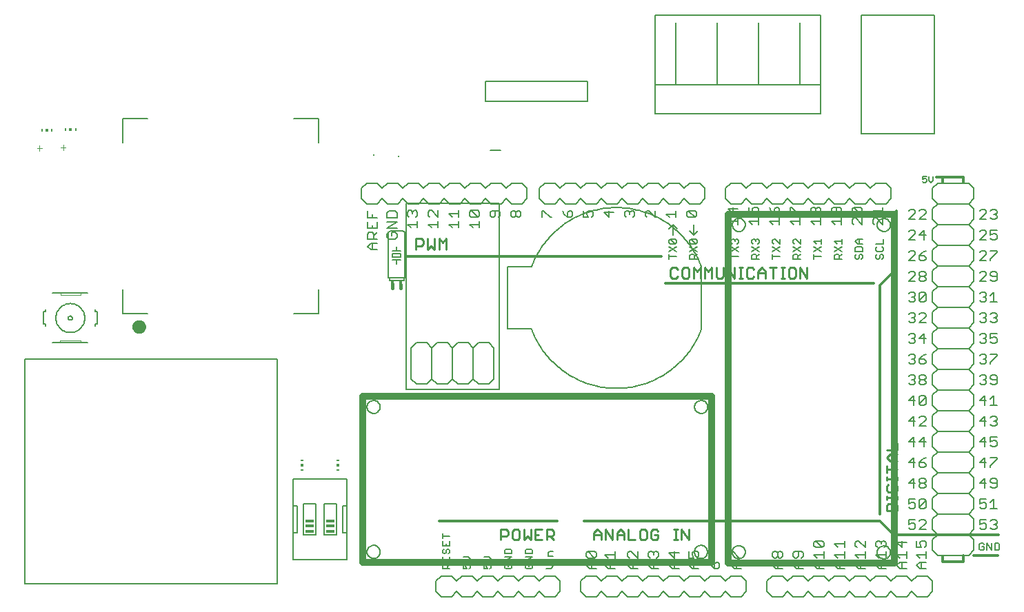
<source format=gto>
G75*
%MOIN*%
%OFA0B0*%
%FSLAX24Y24*%
%IPPOS*%
%LPD*%
%AMOC8*
5,1,8,0,0,1.08239X$1,22.5*
%
%ADD10C,0.0320*%
%ADD11C,0.0050*%
%ADD12C,0.0080*%
%ADD13C,0.0060*%
%ADD14C,0.0020*%
%ADD15C,0.0160*%
%ADD16R,0.0160X0.0230*%
%ADD17C,0.0120*%
%ADD18C,0.0090*%
%ADD19C,0.0030*%
%ADD20R,0.0059X0.0118*%
%ADD21R,0.0118X0.0118*%
%ADD22R,0.0079X0.0079*%
%ADD23R,0.0400X0.0150*%
%ADD24R,0.0118X0.0059*%
D10*
X021012Y053511D02*
X021012Y061543D01*
X037863Y061543D01*
X037863Y053511D01*
X021012Y053511D01*
X010037Y064897D02*
X010039Y064922D01*
X010045Y064946D01*
X010054Y064968D01*
X010067Y064989D01*
X010083Y065008D01*
X010102Y065024D01*
X010123Y065037D01*
X010145Y065046D01*
X010169Y065052D01*
X010194Y065054D01*
X010219Y065052D01*
X010243Y065046D01*
X010265Y065037D01*
X010286Y065024D01*
X010305Y065008D01*
X010321Y064989D01*
X010334Y064968D01*
X010343Y064946D01*
X010349Y064922D01*
X010351Y064897D01*
X010349Y064872D01*
X010343Y064848D01*
X010334Y064826D01*
X010321Y064805D01*
X010305Y064786D01*
X010286Y064770D01*
X010265Y064757D01*
X010243Y064748D01*
X010219Y064742D01*
X010194Y064740D01*
X010169Y064742D01*
X010145Y064748D01*
X010123Y064757D01*
X010102Y064770D01*
X010083Y064786D01*
X010067Y064805D01*
X010054Y064826D01*
X010045Y064848D01*
X010039Y064872D01*
X010037Y064897D01*
X038670Y070338D02*
X038670Y053488D01*
X046701Y053488D01*
X046701Y070338D01*
X038670Y070338D01*
D11*
X004668Y063333D02*
X004668Y052490D01*
X016873Y052490D01*
X016873Y063333D01*
X004668Y063333D01*
X021209Y061027D02*
X021211Y061062D01*
X021217Y061097D01*
X021227Y061131D01*
X021240Y061164D01*
X021257Y061195D01*
X021278Y061223D01*
X021301Y061250D01*
X021328Y061273D01*
X021356Y061294D01*
X021387Y061311D01*
X021420Y061324D01*
X021454Y061334D01*
X021489Y061340D01*
X021524Y061342D01*
X021559Y061340D01*
X021594Y061334D01*
X021628Y061324D01*
X021661Y061311D01*
X021692Y061294D01*
X021720Y061273D01*
X021747Y061250D01*
X021770Y061223D01*
X021791Y061195D01*
X021808Y061164D01*
X021821Y061131D01*
X021831Y061097D01*
X021837Y061062D01*
X021839Y061027D01*
X021837Y060992D01*
X021831Y060957D01*
X021821Y060923D01*
X021808Y060890D01*
X021791Y060859D01*
X021770Y060831D01*
X021747Y060804D01*
X021720Y060781D01*
X021692Y060760D01*
X021661Y060743D01*
X021628Y060730D01*
X021594Y060720D01*
X021559Y060714D01*
X021524Y060712D01*
X021489Y060714D01*
X021454Y060720D01*
X021420Y060730D01*
X021387Y060743D01*
X021356Y060760D01*
X021328Y060781D01*
X021301Y060804D01*
X021278Y060831D01*
X021257Y060859D01*
X021240Y060890D01*
X021227Y060923D01*
X021217Y060957D01*
X021211Y060992D01*
X021209Y061027D01*
X023093Y061880D02*
X023093Y070880D01*
X027593Y070880D01*
X027593Y061880D01*
X023093Y061880D01*
X021205Y054019D02*
X021207Y054054D01*
X021213Y054089D01*
X021223Y054123D01*
X021236Y054156D01*
X021253Y054187D01*
X021274Y054215D01*
X021297Y054242D01*
X021324Y054265D01*
X021352Y054286D01*
X021383Y054303D01*
X021416Y054316D01*
X021450Y054326D01*
X021485Y054332D01*
X021520Y054334D01*
X021555Y054332D01*
X021590Y054326D01*
X021624Y054316D01*
X021657Y054303D01*
X021688Y054286D01*
X021716Y054265D01*
X021743Y054242D01*
X021766Y054215D01*
X021787Y054187D01*
X021804Y054156D01*
X021817Y054123D01*
X021827Y054089D01*
X021833Y054054D01*
X021835Y054019D01*
X021833Y053984D01*
X021827Y053949D01*
X021817Y053915D01*
X021804Y053882D01*
X021787Y053851D01*
X021766Y053823D01*
X021743Y053796D01*
X021716Y053773D01*
X021688Y053752D01*
X021657Y053735D01*
X021624Y053722D01*
X021590Y053712D01*
X021555Y053706D01*
X021520Y053704D01*
X021485Y053706D01*
X021450Y053712D01*
X021416Y053722D01*
X021383Y053735D01*
X021352Y053752D01*
X021324Y053773D01*
X021297Y053796D01*
X021274Y053823D01*
X021253Y053851D01*
X021236Y053882D01*
X021223Y053915D01*
X021213Y053949D01*
X021207Y053984D01*
X021205Y054019D01*
X035123Y075200D02*
X043127Y075200D01*
X043123Y075204D02*
X043123Y076606D01*
X042123Y076606D01*
X042123Y079606D01*
X043123Y079992D02*
X035123Y079992D01*
X035123Y076606D01*
X036123Y076606D01*
X036123Y079606D01*
X036123Y076606D02*
X038123Y076606D01*
X038123Y079606D01*
X038123Y076606D02*
X040123Y076606D01*
X040123Y079606D01*
X040123Y076606D02*
X042123Y076606D01*
X043123Y076606D02*
X043123Y079992D01*
X045095Y079980D02*
X045095Y074232D01*
X048638Y074232D01*
X048638Y079980D01*
X045095Y079980D01*
X048057Y072179D02*
X048057Y072029D01*
X048157Y072079D01*
X048207Y072079D01*
X048257Y072029D01*
X048257Y071929D01*
X048207Y071879D01*
X048107Y071879D01*
X048057Y071929D01*
X048057Y072179D02*
X048257Y072179D01*
X048379Y072179D02*
X048379Y071979D01*
X048479Y071879D01*
X048580Y071979D01*
X048580Y072179D01*
X045871Y069826D02*
X045873Y069861D01*
X045879Y069896D01*
X045889Y069930D01*
X045902Y069963D01*
X045919Y069994D01*
X045940Y070022D01*
X045963Y070049D01*
X045990Y070072D01*
X046018Y070093D01*
X046049Y070110D01*
X046082Y070123D01*
X046116Y070133D01*
X046151Y070139D01*
X046186Y070141D01*
X046221Y070139D01*
X046256Y070133D01*
X046290Y070123D01*
X046323Y070110D01*
X046354Y070093D01*
X046382Y070072D01*
X046409Y070049D01*
X046432Y070022D01*
X046453Y069994D01*
X046470Y069963D01*
X046483Y069930D01*
X046493Y069896D01*
X046499Y069861D01*
X046501Y069826D01*
X046499Y069791D01*
X046493Y069756D01*
X046483Y069722D01*
X046470Y069689D01*
X046453Y069658D01*
X046432Y069630D01*
X046409Y069603D01*
X046382Y069580D01*
X046354Y069559D01*
X046323Y069542D01*
X046290Y069529D01*
X046256Y069519D01*
X046221Y069513D01*
X046186Y069511D01*
X046151Y069513D01*
X046116Y069519D01*
X046082Y069529D01*
X046049Y069542D01*
X046018Y069559D01*
X045990Y069580D01*
X045963Y069603D01*
X045940Y069630D01*
X045919Y069658D01*
X045902Y069689D01*
X045889Y069722D01*
X045879Y069756D01*
X045873Y069791D01*
X045871Y069826D01*
X038863Y069830D02*
X038865Y069865D01*
X038871Y069900D01*
X038881Y069934D01*
X038894Y069967D01*
X038911Y069998D01*
X038932Y070026D01*
X038955Y070053D01*
X038982Y070076D01*
X039010Y070097D01*
X039041Y070114D01*
X039074Y070127D01*
X039108Y070137D01*
X039143Y070143D01*
X039178Y070145D01*
X039213Y070143D01*
X039248Y070137D01*
X039282Y070127D01*
X039315Y070114D01*
X039346Y070097D01*
X039374Y070076D01*
X039401Y070053D01*
X039424Y070026D01*
X039445Y069998D01*
X039462Y069967D01*
X039475Y069934D01*
X039485Y069900D01*
X039491Y069865D01*
X039493Y069830D01*
X039491Y069795D01*
X039485Y069760D01*
X039475Y069726D01*
X039462Y069693D01*
X039445Y069662D01*
X039424Y069634D01*
X039401Y069607D01*
X039374Y069584D01*
X039346Y069563D01*
X039315Y069546D01*
X039282Y069533D01*
X039248Y069523D01*
X039213Y069517D01*
X039178Y069515D01*
X039143Y069517D01*
X039108Y069523D01*
X039074Y069533D01*
X039041Y069546D01*
X039010Y069563D01*
X038982Y069584D01*
X038955Y069607D01*
X038932Y069634D01*
X038911Y069662D01*
X038894Y069693D01*
X038881Y069726D01*
X038871Y069760D01*
X038865Y069795D01*
X038863Y069830D01*
X035123Y075200D02*
X035123Y076606D01*
X037044Y061027D02*
X037046Y061062D01*
X037052Y061097D01*
X037062Y061131D01*
X037075Y061164D01*
X037092Y061195D01*
X037113Y061223D01*
X037136Y061250D01*
X037163Y061273D01*
X037191Y061294D01*
X037222Y061311D01*
X037255Y061324D01*
X037289Y061334D01*
X037324Y061340D01*
X037359Y061342D01*
X037394Y061340D01*
X037429Y061334D01*
X037463Y061324D01*
X037496Y061311D01*
X037527Y061294D01*
X037555Y061273D01*
X037582Y061250D01*
X037605Y061223D01*
X037626Y061195D01*
X037643Y061164D01*
X037656Y061131D01*
X037666Y061097D01*
X037672Y061062D01*
X037674Y061027D01*
X037672Y060992D01*
X037666Y060957D01*
X037656Y060923D01*
X037643Y060890D01*
X037626Y060859D01*
X037605Y060831D01*
X037582Y060804D01*
X037555Y060781D01*
X037527Y060760D01*
X037496Y060743D01*
X037463Y060730D01*
X037429Y060720D01*
X037394Y060714D01*
X037359Y060712D01*
X037324Y060714D01*
X037289Y060720D01*
X037255Y060730D01*
X037222Y060743D01*
X037191Y060760D01*
X037163Y060781D01*
X037136Y060804D01*
X037113Y060831D01*
X037092Y060859D01*
X037075Y060890D01*
X037062Y060923D01*
X037052Y060957D01*
X037046Y060992D01*
X037044Y061027D01*
X037032Y054015D02*
X037034Y054050D01*
X037040Y054085D01*
X037050Y054119D01*
X037063Y054152D01*
X037080Y054183D01*
X037101Y054211D01*
X037124Y054238D01*
X037151Y054261D01*
X037179Y054282D01*
X037210Y054299D01*
X037243Y054312D01*
X037277Y054322D01*
X037312Y054328D01*
X037347Y054330D01*
X037382Y054328D01*
X037417Y054322D01*
X037451Y054312D01*
X037484Y054299D01*
X037515Y054282D01*
X037543Y054261D01*
X037570Y054238D01*
X037593Y054211D01*
X037614Y054183D01*
X037631Y054152D01*
X037644Y054119D01*
X037654Y054085D01*
X037660Y054050D01*
X037662Y054015D01*
X037660Y053980D01*
X037654Y053945D01*
X037644Y053911D01*
X037631Y053878D01*
X037614Y053847D01*
X037593Y053819D01*
X037570Y053792D01*
X037543Y053769D01*
X037515Y053748D01*
X037484Y053731D01*
X037451Y053718D01*
X037417Y053708D01*
X037382Y053702D01*
X037347Y053700D01*
X037312Y053702D01*
X037277Y053708D01*
X037243Y053718D01*
X037210Y053731D01*
X037179Y053748D01*
X037151Y053769D01*
X037124Y053792D01*
X037101Y053819D01*
X037080Y053847D01*
X037063Y053878D01*
X037050Y053911D01*
X037040Y053945D01*
X037034Y053980D01*
X037032Y054015D01*
X038859Y054004D02*
X038861Y054039D01*
X038867Y054074D01*
X038877Y054108D01*
X038890Y054141D01*
X038907Y054172D01*
X038928Y054200D01*
X038951Y054227D01*
X038978Y054250D01*
X039006Y054271D01*
X039037Y054288D01*
X039070Y054301D01*
X039104Y054311D01*
X039139Y054317D01*
X039174Y054319D01*
X039209Y054317D01*
X039244Y054311D01*
X039278Y054301D01*
X039311Y054288D01*
X039342Y054271D01*
X039370Y054250D01*
X039397Y054227D01*
X039420Y054200D01*
X039441Y054172D01*
X039458Y054141D01*
X039471Y054108D01*
X039481Y054074D01*
X039487Y054039D01*
X039489Y054004D01*
X039487Y053969D01*
X039481Y053934D01*
X039471Y053900D01*
X039458Y053867D01*
X039441Y053836D01*
X039420Y053808D01*
X039397Y053781D01*
X039370Y053758D01*
X039342Y053737D01*
X039311Y053720D01*
X039278Y053707D01*
X039244Y053697D01*
X039209Y053691D01*
X039174Y053689D01*
X039139Y053691D01*
X039104Y053697D01*
X039070Y053707D01*
X039037Y053720D01*
X039006Y053737D01*
X038978Y053758D01*
X038951Y053781D01*
X038928Y053808D01*
X038907Y053836D01*
X038890Y053867D01*
X038877Y053900D01*
X038867Y053934D01*
X038861Y053969D01*
X038859Y054004D01*
X045871Y053992D02*
X045873Y054027D01*
X045879Y054062D01*
X045889Y054096D01*
X045902Y054129D01*
X045919Y054160D01*
X045940Y054188D01*
X045963Y054215D01*
X045990Y054238D01*
X046018Y054259D01*
X046049Y054276D01*
X046082Y054289D01*
X046116Y054299D01*
X046151Y054305D01*
X046186Y054307D01*
X046221Y054305D01*
X046256Y054299D01*
X046290Y054289D01*
X046323Y054276D01*
X046354Y054259D01*
X046382Y054238D01*
X046409Y054215D01*
X046432Y054188D01*
X046453Y054160D01*
X046470Y054129D01*
X046483Y054096D01*
X046493Y054062D01*
X046499Y054027D01*
X046501Y053992D01*
X046499Y053957D01*
X046493Y053922D01*
X046483Y053888D01*
X046470Y053855D01*
X046453Y053824D01*
X046432Y053796D01*
X046409Y053769D01*
X046382Y053746D01*
X046354Y053725D01*
X046323Y053708D01*
X046290Y053695D01*
X046256Y053685D01*
X046221Y053679D01*
X046186Y053677D01*
X046151Y053679D01*
X046116Y053685D01*
X046082Y053695D01*
X046049Y053708D01*
X046018Y053725D01*
X045990Y053746D01*
X045963Y053769D01*
X045940Y053796D01*
X045919Y053824D01*
X045902Y053855D01*
X045889Y053888D01*
X045879Y053922D01*
X045873Y053957D01*
X045871Y053992D01*
D12*
X045812Y053880D02*
X046292Y053880D01*
X046292Y053720D02*
X046292Y054040D01*
X046212Y054235D02*
X046292Y054315D01*
X046292Y054475D01*
X046212Y054556D01*
X046132Y054556D01*
X046052Y054475D01*
X046052Y054395D01*
X046052Y054475D02*
X045972Y054556D01*
X045892Y054556D01*
X045812Y054475D01*
X045812Y054315D01*
X045892Y054235D01*
X045812Y053880D02*
X045972Y053720D01*
X045972Y053524D02*
X046292Y053524D01*
X046052Y053524D02*
X046052Y053204D01*
X045972Y053204D02*
X045812Y053364D01*
X045972Y053524D01*
X045972Y053204D02*
X046292Y053204D01*
X046282Y052854D02*
X046532Y052604D01*
X046782Y052854D01*
X047282Y052854D01*
X047532Y052604D01*
X047782Y052854D01*
X048282Y052854D01*
X048532Y052604D01*
X048532Y052104D01*
X048282Y051854D01*
X047782Y051854D01*
X047532Y052104D01*
X047282Y051854D01*
X046782Y051854D01*
X046532Y052104D01*
X046282Y051854D01*
X045782Y051854D01*
X045532Y052104D01*
X045282Y051854D01*
X044782Y051854D01*
X044532Y052104D01*
X044282Y051854D01*
X043782Y051854D01*
X043532Y052104D01*
X043282Y051854D01*
X042782Y051854D01*
X042532Y052104D01*
X042282Y051854D01*
X041782Y051854D01*
X041532Y052104D01*
X041282Y051854D01*
X040782Y051854D01*
X040532Y052104D01*
X040532Y052604D01*
X040782Y052854D01*
X041282Y052854D01*
X041532Y052604D01*
X041782Y052854D01*
X042282Y052854D01*
X042532Y052604D01*
X042782Y052854D01*
X043282Y052854D01*
X043532Y052604D01*
X043782Y052854D01*
X044282Y052854D01*
X044532Y052604D01*
X044782Y052854D01*
X045282Y052854D01*
X045532Y052604D01*
X045782Y052854D01*
X046282Y052854D01*
X046812Y053364D02*
X046972Y053524D01*
X047292Y053524D01*
X047292Y053720D02*
X047292Y054040D01*
X047292Y053880D02*
X046812Y053880D01*
X046972Y053720D01*
X047052Y053524D02*
X047052Y053204D01*
X046972Y053204D02*
X046812Y053364D01*
X046972Y053204D02*
X047292Y053204D01*
X047762Y053364D02*
X047922Y053524D01*
X048242Y053524D01*
X048242Y053720D02*
X048242Y054040D01*
X048242Y053880D02*
X047762Y053880D01*
X047922Y053720D01*
X048002Y053524D02*
X048002Y053204D01*
X047922Y053204D02*
X047762Y053364D01*
X047922Y053204D02*
X048242Y053204D01*
X048782Y053854D02*
X050282Y053854D01*
X050532Y054104D01*
X050532Y054604D01*
X050282Y054854D01*
X048782Y054854D01*
X048532Y054604D01*
X048532Y054104D01*
X048782Y053854D01*
X048242Y054315D02*
X048162Y054235D01*
X048242Y054315D02*
X048242Y054475D01*
X048162Y054556D01*
X048002Y054556D01*
X047922Y054475D01*
X047922Y054395D01*
X048002Y054235D01*
X047762Y054235D01*
X047762Y054556D01*
X047292Y054475D02*
X046812Y054475D01*
X047052Y054235D01*
X047052Y054556D01*
X047462Y055094D02*
X047382Y055174D01*
X047462Y055094D02*
X047622Y055094D01*
X047702Y055174D01*
X047702Y055334D01*
X047622Y055414D01*
X047542Y055414D01*
X047382Y055334D01*
X047382Y055574D01*
X047702Y055574D01*
X047898Y055494D02*
X047978Y055574D01*
X048138Y055574D01*
X048218Y055494D01*
X048218Y055414D01*
X047898Y055094D01*
X048218Y055094D01*
X048138Y056094D02*
X047978Y056094D01*
X047898Y056174D01*
X048218Y056494D01*
X048218Y056174D01*
X048138Y056094D01*
X047898Y056174D02*
X047898Y056494D01*
X047978Y056574D01*
X048138Y056574D01*
X048218Y056494D01*
X047702Y056574D02*
X047382Y056574D01*
X047382Y056334D01*
X047542Y056414D01*
X047622Y056414D01*
X047702Y056334D01*
X047702Y056174D01*
X047622Y056094D01*
X047462Y056094D01*
X047382Y056174D01*
X047622Y057094D02*
X047622Y057574D01*
X047382Y057334D01*
X047702Y057334D01*
X047898Y057254D02*
X047978Y057334D01*
X048138Y057334D01*
X048218Y057254D01*
X048218Y057174D01*
X048138Y057094D01*
X047978Y057094D01*
X047898Y057174D01*
X047898Y057254D01*
X047978Y057334D02*
X047898Y057414D01*
X047898Y057494D01*
X047978Y057574D01*
X048138Y057574D01*
X048218Y057494D01*
X048218Y057414D01*
X048138Y057334D01*
X048138Y058094D02*
X048218Y058174D01*
X048218Y058254D01*
X048138Y058334D01*
X047898Y058334D01*
X047898Y058174D01*
X047978Y058094D01*
X048138Y058094D01*
X047898Y058334D02*
X048058Y058494D01*
X048218Y058574D01*
X048138Y059094D02*
X048138Y059574D01*
X047898Y059334D01*
X048218Y059334D01*
X047702Y059334D02*
X047382Y059334D01*
X047622Y059574D01*
X047622Y059094D01*
X047622Y058574D02*
X047382Y058334D01*
X047702Y058334D01*
X047622Y058094D02*
X047622Y058574D01*
X047622Y060094D02*
X047622Y060574D01*
X047382Y060334D01*
X047702Y060334D01*
X047898Y060494D02*
X047978Y060574D01*
X048138Y060574D01*
X048218Y060494D01*
X048218Y060414D01*
X047898Y060094D01*
X048218Y060094D01*
X048138Y061094D02*
X047978Y061094D01*
X047898Y061174D01*
X048218Y061494D01*
X048218Y061174D01*
X048138Y061094D01*
X047898Y061174D02*
X047898Y061494D01*
X047978Y061574D01*
X048138Y061574D01*
X048218Y061494D01*
X047702Y061334D02*
X047382Y061334D01*
X047622Y061574D01*
X047622Y061094D01*
X047622Y062094D02*
X047462Y062094D01*
X047382Y062174D01*
X047542Y062334D02*
X047622Y062334D01*
X047702Y062254D01*
X047702Y062174D01*
X047622Y062094D01*
X047622Y062334D02*
X047702Y062414D01*
X047702Y062494D01*
X047622Y062574D01*
X047462Y062574D01*
X047382Y062494D01*
X047898Y062494D02*
X047898Y062414D01*
X047978Y062334D01*
X048138Y062334D01*
X048218Y062254D01*
X048218Y062174D01*
X048138Y062094D01*
X047978Y062094D01*
X047898Y062174D01*
X047898Y062254D01*
X047978Y062334D01*
X048138Y062334D02*
X048218Y062414D01*
X048218Y062494D01*
X048138Y062574D01*
X047978Y062574D01*
X047898Y062494D01*
X047978Y063094D02*
X048138Y063094D01*
X048218Y063174D01*
X048218Y063254D01*
X048138Y063334D01*
X047898Y063334D01*
X047898Y063174D01*
X047978Y063094D01*
X047898Y063334D02*
X048058Y063494D01*
X048218Y063574D01*
X047702Y063494D02*
X047702Y063414D01*
X047622Y063334D01*
X047702Y063254D01*
X047702Y063174D01*
X047622Y063094D01*
X047462Y063094D01*
X047382Y063174D01*
X047542Y063334D02*
X047622Y063334D01*
X047702Y063494D02*
X047622Y063574D01*
X047462Y063574D01*
X047382Y063494D01*
X047462Y064094D02*
X047382Y064174D01*
X047462Y064094D02*
X047622Y064094D01*
X047702Y064174D01*
X047702Y064254D01*
X047622Y064334D01*
X047542Y064334D01*
X047622Y064334D02*
X047702Y064414D01*
X047702Y064494D01*
X047622Y064574D01*
X047462Y064574D01*
X047382Y064494D01*
X047898Y064334D02*
X048218Y064334D01*
X048138Y064094D02*
X048138Y064574D01*
X047898Y064334D01*
X047898Y065094D02*
X048218Y065414D01*
X048218Y065494D01*
X048138Y065574D01*
X047978Y065574D01*
X047898Y065494D01*
X047702Y065494D02*
X047702Y065414D01*
X047622Y065334D01*
X047702Y065254D01*
X047702Y065174D01*
X047622Y065094D01*
X047462Y065094D01*
X047382Y065174D01*
X047542Y065334D02*
X047622Y065334D01*
X047702Y065494D02*
X047622Y065574D01*
X047462Y065574D01*
X047382Y065494D01*
X047462Y066094D02*
X047382Y066174D01*
X047462Y066094D02*
X047622Y066094D01*
X047702Y066174D01*
X047702Y066254D01*
X047622Y066334D01*
X047542Y066334D01*
X047622Y066334D02*
X047702Y066414D01*
X047702Y066494D01*
X047622Y066574D01*
X047462Y066574D01*
X047382Y066494D01*
X047898Y066494D02*
X047978Y066574D01*
X048138Y066574D01*
X048218Y066494D01*
X047898Y066174D01*
X047978Y066094D01*
X048138Y066094D01*
X048218Y066174D01*
X048218Y066494D01*
X047898Y066494D02*
X047898Y066174D01*
X047978Y067094D02*
X047898Y067174D01*
X047898Y067254D01*
X047978Y067334D01*
X048138Y067334D01*
X048218Y067254D01*
X048218Y067174D01*
X048138Y067094D01*
X047978Y067094D01*
X047978Y067334D02*
X047898Y067414D01*
X047898Y067494D01*
X047978Y067574D01*
X048138Y067574D01*
X048218Y067494D01*
X048218Y067414D01*
X048138Y067334D01*
X047702Y067414D02*
X047702Y067494D01*
X047622Y067574D01*
X047462Y067574D01*
X047382Y067494D01*
X047702Y067414D02*
X047382Y067094D01*
X047702Y067094D01*
X047702Y068094D02*
X047382Y068094D01*
X047702Y068414D01*
X047702Y068494D01*
X047622Y068574D01*
X047462Y068574D01*
X047382Y068494D01*
X047898Y068334D02*
X047898Y068174D01*
X047978Y068094D01*
X048138Y068094D01*
X048218Y068174D01*
X048218Y068254D01*
X048138Y068334D01*
X047898Y068334D01*
X048058Y068494D01*
X048218Y068574D01*
X048138Y069094D02*
X048138Y069574D01*
X047898Y069334D01*
X048218Y069334D01*
X047702Y069414D02*
X047702Y069494D01*
X047622Y069574D01*
X047462Y069574D01*
X047382Y069494D01*
X047702Y069414D02*
X047382Y069094D01*
X047702Y069094D01*
X047702Y070094D02*
X047382Y070094D01*
X047702Y070414D01*
X047702Y070494D01*
X047622Y070574D01*
X047462Y070574D01*
X047382Y070494D01*
X047898Y070494D02*
X047978Y070574D01*
X048138Y070574D01*
X048218Y070494D01*
X048218Y070414D01*
X047898Y070094D01*
X048218Y070094D01*
X048782Y070854D02*
X050282Y070854D01*
X050532Y071104D01*
X050532Y071604D01*
X050282Y071854D01*
X048782Y071854D01*
X048532Y071604D01*
X048532Y071104D01*
X048782Y070854D01*
X050822Y070504D02*
X050902Y070584D01*
X051062Y070584D01*
X051142Y070504D01*
X051142Y070424D01*
X050822Y070104D01*
X051142Y070104D01*
X051338Y070184D02*
X051418Y070104D01*
X051578Y070104D01*
X051658Y070184D01*
X051658Y070264D01*
X051578Y070344D01*
X051498Y070344D01*
X051578Y070344D02*
X051658Y070424D01*
X051658Y070504D01*
X051578Y070584D01*
X051418Y070584D01*
X051338Y070504D01*
X051338Y069584D02*
X051338Y069344D01*
X051498Y069424D01*
X051578Y069424D01*
X051658Y069344D01*
X051658Y069184D01*
X051578Y069104D01*
X051418Y069104D01*
X051338Y069184D01*
X051142Y069104D02*
X050822Y069104D01*
X051142Y069424D01*
X051142Y069504D01*
X051062Y069584D01*
X050902Y069584D01*
X050822Y069504D01*
X051338Y069584D02*
X051658Y069584D01*
X051658Y068584D02*
X051338Y068584D01*
X051142Y068504D02*
X051062Y068584D01*
X050902Y068584D01*
X050822Y068504D01*
X051142Y068504D02*
X051142Y068424D01*
X050822Y068104D01*
X051142Y068104D01*
X051338Y068104D02*
X051338Y068184D01*
X051658Y068504D01*
X051658Y068584D01*
X051578Y067584D02*
X051418Y067584D01*
X051338Y067504D01*
X051338Y067424D01*
X051418Y067344D01*
X051658Y067344D01*
X051658Y067184D02*
X051658Y067504D01*
X051578Y067584D01*
X051658Y067184D02*
X051578Y067104D01*
X051418Y067104D01*
X051338Y067184D01*
X051142Y067104D02*
X050822Y067104D01*
X051142Y067424D01*
X051142Y067504D01*
X051062Y067584D01*
X050902Y067584D01*
X050822Y067504D01*
X050902Y066584D02*
X051062Y066584D01*
X051142Y066504D01*
X051142Y066424D01*
X051062Y066344D01*
X051142Y066264D01*
X051142Y066184D01*
X051062Y066104D01*
X050902Y066104D01*
X050822Y066184D01*
X050982Y066344D02*
X051062Y066344D01*
X051338Y066424D02*
X051498Y066584D01*
X051498Y066104D01*
X051338Y066104D02*
X051658Y066104D01*
X051578Y065584D02*
X051658Y065504D01*
X051658Y065424D01*
X051578Y065344D01*
X051658Y065264D01*
X051658Y065184D01*
X051578Y065104D01*
X051418Y065104D01*
X051338Y065184D01*
X051142Y065184D02*
X051062Y065104D01*
X050902Y065104D01*
X050822Y065184D01*
X050982Y065344D02*
X051062Y065344D01*
X051142Y065264D01*
X051142Y065184D01*
X051062Y065344D02*
X051142Y065424D01*
X051142Y065504D01*
X051062Y065584D01*
X050902Y065584D01*
X050822Y065504D01*
X051338Y065504D02*
X051418Y065584D01*
X051578Y065584D01*
X051578Y065344D02*
X051498Y065344D01*
X051658Y064584D02*
X051338Y064584D01*
X051338Y064344D01*
X051498Y064424D01*
X051578Y064424D01*
X051658Y064344D01*
X051658Y064184D01*
X051578Y064104D01*
X051418Y064104D01*
X051338Y064184D01*
X051142Y064184D02*
X051062Y064104D01*
X050902Y064104D01*
X050822Y064184D01*
X050982Y064344D02*
X051062Y064344D01*
X051142Y064264D01*
X051142Y064184D01*
X051062Y064344D02*
X051142Y064424D01*
X051142Y064504D01*
X051062Y064584D01*
X050902Y064584D01*
X050822Y064504D01*
X050902Y063584D02*
X051062Y063584D01*
X051142Y063504D01*
X051142Y063424D01*
X051062Y063344D01*
X051142Y063264D01*
X051142Y063184D01*
X051062Y063104D01*
X050902Y063104D01*
X050822Y063184D01*
X050982Y063344D02*
X051062Y063344D01*
X050822Y063504D02*
X050902Y063584D01*
X051338Y063584D02*
X051658Y063584D01*
X051658Y063504D01*
X051338Y063184D01*
X051338Y063104D01*
X051418Y062584D02*
X051338Y062504D01*
X051338Y062424D01*
X051418Y062344D01*
X051658Y062344D01*
X051658Y062184D02*
X051658Y062504D01*
X051578Y062584D01*
X051418Y062584D01*
X051142Y062504D02*
X051142Y062424D01*
X051062Y062344D01*
X051142Y062264D01*
X051142Y062184D01*
X051062Y062104D01*
X050902Y062104D01*
X050822Y062184D01*
X050982Y062344D02*
X051062Y062344D01*
X051142Y062504D02*
X051062Y062584D01*
X050902Y062584D01*
X050822Y062504D01*
X051338Y062184D02*
X051418Y062104D01*
X051578Y062104D01*
X051658Y062184D01*
X051498Y061584D02*
X051498Y061104D01*
X051338Y061104D02*
X051658Y061104D01*
X051338Y061424D02*
X051498Y061584D01*
X051142Y061344D02*
X050822Y061344D01*
X051062Y061584D01*
X051062Y061104D01*
X051062Y060584D02*
X050822Y060344D01*
X051142Y060344D01*
X051338Y060184D02*
X051418Y060104D01*
X051578Y060104D01*
X051658Y060184D01*
X051658Y060264D01*
X051578Y060344D01*
X051498Y060344D01*
X051578Y060344D02*
X051658Y060424D01*
X051658Y060504D01*
X051578Y060584D01*
X051418Y060584D01*
X051338Y060504D01*
X051062Y060584D02*
X051062Y060104D01*
X051062Y059584D02*
X050822Y059344D01*
X051142Y059344D01*
X051338Y059344D02*
X051498Y059424D01*
X051578Y059424D01*
X051658Y059344D01*
X051658Y059184D01*
X051578Y059104D01*
X051418Y059104D01*
X051338Y059184D01*
X051338Y059344D02*
X051338Y059584D01*
X051658Y059584D01*
X051062Y059584D02*
X051062Y059104D01*
X051062Y058584D02*
X050822Y058344D01*
X051142Y058344D01*
X051338Y058184D02*
X051338Y058104D01*
X051338Y058184D02*
X051658Y058504D01*
X051658Y058584D01*
X051338Y058584D01*
X051062Y058584D02*
X051062Y058104D01*
X051062Y057584D02*
X050822Y057344D01*
X051142Y057344D01*
X051338Y057424D02*
X051418Y057344D01*
X051658Y057344D01*
X051658Y057184D02*
X051658Y057504D01*
X051578Y057584D01*
X051418Y057584D01*
X051338Y057504D01*
X051338Y057424D01*
X051338Y057184D02*
X051418Y057104D01*
X051578Y057104D01*
X051658Y057184D01*
X051062Y057104D02*
X051062Y057584D01*
X051142Y056584D02*
X050822Y056584D01*
X050822Y056344D01*
X050982Y056424D01*
X051062Y056424D01*
X051142Y056344D01*
X051142Y056184D01*
X051062Y056104D01*
X050902Y056104D01*
X050822Y056184D01*
X051338Y056104D02*
X051658Y056104D01*
X051498Y056104D02*
X051498Y056584D01*
X051338Y056424D01*
X051418Y055584D02*
X051578Y055584D01*
X051658Y055504D01*
X051658Y055424D01*
X051578Y055344D01*
X051658Y055264D01*
X051658Y055184D01*
X051578Y055104D01*
X051418Y055104D01*
X051338Y055184D01*
X051142Y055184D02*
X051062Y055104D01*
X050902Y055104D01*
X050822Y055184D01*
X050822Y055344D02*
X050982Y055424D01*
X051062Y055424D01*
X051142Y055344D01*
X051142Y055184D01*
X050822Y055344D02*
X050822Y055584D01*
X051142Y055584D01*
X051338Y055504D02*
X051418Y055584D01*
X051498Y055344D02*
X051578Y055344D01*
X045292Y054556D02*
X045292Y054235D01*
X044972Y054556D01*
X044892Y054556D01*
X044812Y054475D01*
X044812Y054315D01*
X044892Y054235D01*
X044812Y053880D02*
X045292Y053880D01*
X045292Y053720D02*
X045292Y054040D01*
X044972Y053720D02*
X044812Y053880D01*
X044972Y053524D02*
X045292Y053524D01*
X045052Y053524D02*
X045052Y053204D01*
X044972Y053204D02*
X045292Y053204D01*
X044972Y053204D02*
X044812Y053364D01*
X044972Y053524D01*
X044292Y053524D02*
X043972Y053524D01*
X043812Y053364D01*
X043972Y053204D01*
X044292Y053204D01*
X044052Y053204D02*
X044052Y053524D01*
X043972Y053720D02*
X043812Y053880D01*
X044292Y053880D01*
X044292Y053720D02*
X044292Y054040D01*
X044292Y054235D02*
X044292Y054556D01*
X044292Y054395D02*
X043812Y054395D01*
X043972Y054235D01*
X043292Y054315D02*
X043212Y054235D01*
X042892Y054556D01*
X043212Y054556D01*
X043292Y054475D01*
X043292Y054315D01*
X043212Y054235D02*
X042892Y054235D01*
X042812Y054315D01*
X042812Y054475D01*
X042892Y054556D01*
X043292Y054040D02*
X043292Y053720D01*
X043292Y053880D02*
X042812Y053880D01*
X042972Y053720D01*
X042972Y053524D02*
X043292Y053524D01*
X043052Y053524D02*
X043052Y053204D01*
X042972Y053204D02*
X042812Y053364D01*
X042972Y053524D01*
X042972Y053204D02*
X043292Y053204D01*
X042292Y053204D02*
X041972Y053204D01*
X041812Y053364D01*
X041972Y053524D01*
X042292Y053524D01*
X042212Y053720D02*
X042292Y053800D01*
X042292Y053960D01*
X042212Y054040D01*
X041892Y054040D01*
X041812Y053960D01*
X041812Y053800D01*
X041892Y053720D01*
X041972Y053720D01*
X042052Y053800D01*
X042052Y054040D01*
X042052Y053524D02*
X042052Y053204D01*
X041292Y053204D02*
X040972Y053204D01*
X040812Y053364D01*
X040972Y053524D01*
X041292Y053524D01*
X041212Y053720D02*
X041132Y053720D01*
X041052Y053800D01*
X041052Y053960D01*
X041132Y054040D01*
X041212Y054040D01*
X041292Y053960D01*
X041292Y053800D01*
X041212Y053720D01*
X041052Y053800D02*
X040972Y053720D01*
X040892Y053720D01*
X040812Y053800D01*
X040812Y053960D01*
X040892Y054040D01*
X040972Y054040D01*
X041052Y053960D01*
X041052Y053524D02*
X041052Y053204D01*
X039532Y052604D02*
X039532Y052104D01*
X039282Y051854D01*
X038782Y051854D01*
X038532Y052104D01*
X038282Y051854D01*
X037782Y051854D01*
X037532Y052104D01*
X037282Y051854D01*
X036782Y051854D01*
X036532Y052104D01*
X036282Y051854D01*
X035782Y051854D01*
X035532Y052104D01*
X035282Y051854D01*
X034782Y051854D01*
X034532Y052104D01*
X034282Y051854D01*
X033782Y051854D01*
X033532Y052104D01*
X033282Y051854D01*
X032782Y051854D01*
X032532Y052104D01*
X032282Y051854D01*
X031782Y051854D01*
X031532Y052104D01*
X031532Y052604D01*
X031782Y052854D01*
X032282Y052854D01*
X032532Y052604D01*
X032782Y052854D01*
X033282Y052854D01*
X033532Y052604D01*
X033782Y052854D01*
X034282Y052854D01*
X034532Y052604D01*
X034782Y052854D01*
X035282Y052854D01*
X035532Y052604D01*
X035782Y052854D01*
X036282Y052854D01*
X036532Y052604D01*
X036782Y052854D01*
X037282Y052854D01*
X037532Y052604D01*
X037782Y052854D01*
X038282Y052854D01*
X038532Y052604D01*
X038782Y052854D01*
X039282Y052854D01*
X039532Y052604D01*
X039292Y053204D02*
X038972Y053204D01*
X038812Y053364D01*
X038972Y053524D01*
X039292Y053524D01*
X039292Y053720D02*
X039212Y053720D01*
X038892Y054040D01*
X038812Y054040D01*
X038812Y053720D01*
X039052Y053524D02*
X039052Y053204D01*
X038242Y053284D02*
X038242Y053444D01*
X038162Y053524D01*
X038082Y053524D01*
X038002Y053444D01*
X038002Y053204D01*
X038162Y053204D01*
X038242Y053284D01*
X038002Y053204D02*
X037842Y053364D01*
X037762Y053524D01*
X037242Y053524D02*
X036922Y053524D01*
X036762Y053364D01*
X036922Y053204D01*
X037242Y053204D01*
X037002Y053204D02*
X037002Y053524D01*
X037002Y053720D02*
X036922Y053880D01*
X036922Y053960D01*
X037002Y054040D01*
X037162Y054040D01*
X037242Y053960D01*
X037242Y053800D01*
X037162Y053720D01*
X037002Y053720D02*
X036762Y053720D01*
X036762Y054040D01*
X036292Y053960D02*
X035812Y053960D01*
X036052Y053720D01*
X036052Y054040D01*
X036052Y053524D02*
X036052Y053204D01*
X035972Y053204D02*
X035812Y053364D01*
X035972Y053524D01*
X036292Y053524D01*
X036292Y053204D02*
X035972Y053204D01*
X035292Y053204D02*
X034972Y053204D01*
X034812Y053364D01*
X034972Y053524D01*
X035292Y053524D01*
X035212Y053720D02*
X035292Y053800D01*
X035292Y053960D01*
X035212Y054040D01*
X035132Y054040D01*
X035052Y053960D01*
X035052Y053880D01*
X035052Y053960D02*
X034972Y054040D01*
X034892Y054040D01*
X034812Y053960D01*
X034812Y053800D01*
X034892Y053720D01*
X035052Y053524D02*
X035052Y053204D01*
X034292Y053204D02*
X033972Y053204D01*
X033812Y053364D01*
X033972Y053524D01*
X034292Y053524D01*
X034292Y053720D02*
X033972Y054040D01*
X033892Y054040D01*
X033812Y053960D01*
X033812Y053800D01*
X033892Y053720D01*
X034052Y053524D02*
X034052Y053204D01*
X034292Y053720D02*
X034292Y054040D01*
X033192Y054040D02*
X033192Y053720D01*
X033192Y053880D02*
X032712Y053880D01*
X032872Y053720D01*
X032872Y053524D02*
X033192Y053524D01*
X032952Y053524D02*
X032952Y053204D01*
X032872Y053204D02*
X033192Y053204D01*
X032872Y053204D02*
X032712Y053364D01*
X032872Y053524D01*
X032292Y053524D02*
X031972Y053524D01*
X031812Y053364D01*
X031972Y053204D01*
X032292Y053204D01*
X032052Y053204D02*
X032052Y053524D01*
X032212Y053720D02*
X031892Y054040D01*
X032212Y054040D01*
X032292Y053960D01*
X032292Y053800D01*
X032212Y053720D01*
X031892Y053720D01*
X031812Y053800D01*
X031812Y053960D01*
X031892Y054040D01*
X030532Y052604D02*
X030532Y052104D01*
X030282Y051854D01*
X029782Y051854D01*
X029532Y052104D01*
X029282Y051854D01*
X028782Y051854D01*
X028532Y052104D01*
X028282Y051854D01*
X027782Y051854D01*
X027532Y052104D01*
X027282Y051854D01*
X026782Y051854D01*
X026532Y052104D01*
X026282Y051854D01*
X025782Y051854D01*
X025532Y052104D01*
X025282Y051854D01*
X024782Y051854D01*
X024532Y052104D01*
X024532Y052604D01*
X024782Y052854D01*
X025282Y052854D01*
X025532Y052604D01*
X025782Y052854D01*
X026282Y052854D01*
X026532Y052604D01*
X026782Y052854D01*
X027282Y052854D01*
X027532Y052604D01*
X027782Y052854D01*
X028282Y052854D01*
X028532Y052604D01*
X028782Y052854D01*
X029282Y052854D01*
X029532Y052604D01*
X029782Y052854D01*
X030282Y052854D01*
X030532Y052604D01*
X029154Y064803D02*
X027981Y064803D01*
X027981Y067795D01*
X029154Y067795D01*
X029662Y070194D02*
X029662Y070514D01*
X029742Y070514D01*
X030062Y070194D01*
X030142Y070194D01*
X030662Y070514D02*
X030742Y070354D01*
X030902Y070194D01*
X030902Y070434D01*
X030982Y070514D01*
X031062Y070514D01*
X031142Y070434D01*
X031142Y070274D01*
X031062Y070194D01*
X030902Y070194D01*
X030782Y070854D02*
X030532Y071104D01*
X030282Y070854D01*
X029782Y070854D01*
X029532Y071104D01*
X029532Y071604D01*
X029782Y071854D01*
X030282Y071854D01*
X030532Y071604D01*
X030782Y071854D01*
X031282Y071854D01*
X031532Y071604D01*
X031782Y071854D01*
X032282Y071854D01*
X032532Y071604D01*
X032782Y071854D01*
X033282Y071854D01*
X033532Y071604D01*
X033782Y071854D01*
X034282Y071854D01*
X034532Y071604D01*
X034782Y071854D01*
X035282Y071854D01*
X035532Y071604D01*
X035782Y071854D01*
X036282Y071854D01*
X036532Y071604D01*
X036782Y071854D01*
X037282Y071854D01*
X037532Y071604D01*
X037532Y071104D01*
X037282Y070854D01*
X036782Y070854D01*
X036532Y071104D01*
X036282Y070854D01*
X035782Y070854D01*
X035532Y071104D01*
X035282Y070854D01*
X034782Y070854D01*
X034532Y071104D01*
X034282Y070854D01*
X033782Y070854D01*
X033532Y071104D01*
X033282Y070854D01*
X032782Y070854D01*
X032532Y071104D01*
X032282Y070854D01*
X031782Y070854D01*
X031532Y071104D01*
X031282Y070854D01*
X030782Y070854D01*
X031662Y070514D02*
X031662Y070194D01*
X031902Y070194D01*
X031822Y070354D01*
X031822Y070434D01*
X031902Y070514D01*
X032062Y070514D01*
X032142Y070434D01*
X032142Y070274D01*
X032062Y070194D01*
X032662Y070434D02*
X032902Y070194D01*
X032902Y070514D01*
X033142Y070434D02*
X032662Y070434D01*
X033662Y070434D02*
X033742Y070514D01*
X033822Y070514D01*
X033902Y070434D01*
X033982Y070514D01*
X034062Y070514D01*
X034142Y070434D01*
X034142Y070274D01*
X034062Y070194D01*
X033902Y070354D02*
X033902Y070434D01*
X033662Y070434D02*
X033662Y070274D01*
X033742Y070194D01*
X034662Y070274D02*
X034742Y070194D01*
X034662Y070274D02*
X034662Y070434D01*
X034742Y070514D01*
X034822Y070514D01*
X035142Y070194D01*
X035142Y070514D01*
X035662Y070354D02*
X036142Y070354D01*
X036142Y070194D02*
X036142Y070514D01*
X035822Y070194D02*
X035662Y070354D01*
X035982Y069854D02*
X036182Y069654D01*
X035982Y069854D02*
X035782Y069654D01*
X035982Y069854D02*
X035982Y069354D01*
X036742Y070194D02*
X036662Y070274D01*
X036662Y070434D01*
X036742Y070514D01*
X037062Y070194D01*
X037142Y070274D01*
X037142Y070434D01*
X037062Y070514D01*
X036742Y070514D01*
X036742Y070194D02*
X037062Y070194D01*
X036982Y069854D02*
X036982Y069354D01*
X036782Y069554D01*
X036982Y069354D02*
X037182Y069554D01*
X037375Y067795D02*
X037375Y064803D01*
X038822Y069844D02*
X038662Y070004D01*
X039142Y070004D01*
X039142Y069844D02*
X039142Y070164D01*
X038902Y070360D02*
X038902Y070680D01*
X038782Y070854D02*
X039282Y070854D01*
X039532Y071104D01*
X039782Y070854D01*
X040282Y070854D01*
X040532Y071104D01*
X040782Y070854D01*
X041282Y070854D01*
X041532Y071104D01*
X041782Y070854D01*
X042282Y070854D01*
X042532Y071104D01*
X042782Y070854D01*
X043282Y070854D01*
X043532Y071104D01*
X043782Y070854D01*
X044282Y070854D01*
X044532Y071104D01*
X044782Y070854D01*
X045282Y070854D01*
X045532Y071104D01*
X045782Y070854D01*
X046282Y070854D01*
X046532Y071104D01*
X046532Y071604D01*
X046282Y071854D01*
X045782Y071854D01*
X045532Y071604D01*
X045282Y071854D01*
X044782Y071854D01*
X044532Y071604D01*
X044282Y071854D01*
X043782Y071854D01*
X043532Y071604D01*
X043282Y071854D01*
X042782Y071854D01*
X042532Y071604D01*
X042282Y071854D01*
X041782Y071854D01*
X041532Y071604D01*
X041282Y071854D01*
X040782Y071854D01*
X040532Y071604D01*
X040282Y071854D01*
X039782Y071854D01*
X039532Y071604D01*
X039282Y071854D01*
X038782Y071854D01*
X038532Y071604D01*
X038532Y071104D01*
X038782Y070854D01*
X038662Y070600D02*
X038902Y070360D01*
X039142Y070600D02*
X038662Y070600D01*
X039662Y070680D02*
X039662Y070360D01*
X039902Y070360D01*
X039822Y070520D01*
X039822Y070600D01*
X039902Y070680D01*
X040062Y070680D01*
X040142Y070600D01*
X040142Y070440D01*
X040062Y070360D01*
X040142Y070164D02*
X040142Y069844D01*
X040142Y070004D02*
X039662Y070004D01*
X039822Y069844D01*
X040662Y070004D02*
X040822Y069844D01*
X040662Y070004D02*
X041142Y070004D01*
X041142Y069844D02*
X041142Y070164D01*
X041062Y070360D02*
X041142Y070440D01*
X041142Y070600D01*
X041062Y070680D01*
X040982Y070680D01*
X040902Y070600D01*
X040902Y070360D01*
X041062Y070360D01*
X040902Y070360D02*
X040742Y070520D01*
X040662Y070680D01*
X041662Y070680D02*
X041742Y070680D01*
X042062Y070360D01*
X042142Y070360D01*
X042142Y070164D02*
X042142Y069844D01*
X042142Y070004D02*
X041662Y070004D01*
X041822Y069844D01*
X041662Y070360D02*
X041662Y070680D01*
X042662Y070600D02*
X042742Y070680D01*
X042822Y070680D01*
X042902Y070600D01*
X042902Y070440D01*
X042822Y070360D01*
X042742Y070360D01*
X042662Y070440D01*
X042662Y070600D01*
X042902Y070600D02*
X042982Y070680D01*
X043062Y070680D01*
X043142Y070600D01*
X043142Y070440D01*
X043062Y070360D01*
X042982Y070360D01*
X042902Y070440D01*
X043142Y070164D02*
X043142Y069844D01*
X043142Y070004D02*
X042662Y070004D01*
X042822Y069844D01*
X043662Y070004D02*
X044142Y070004D01*
X044142Y069844D02*
X044142Y070164D01*
X044062Y070360D02*
X044142Y070440D01*
X044142Y070600D01*
X044062Y070680D01*
X043742Y070680D01*
X043662Y070600D01*
X043662Y070440D01*
X043742Y070360D01*
X043822Y070360D01*
X043902Y070440D01*
X043902Y070680D01*
X043662Y070004D02*
X043822Y069844D01*
X044662Y069924D02*
X044742Y069844D01*
X044662Y069924D02*
X044662Y070084D01*
X044742Y070164D01*
X044822Y070164D01*
X045142Y069844D01*
X045142Y070164D01*
X045062Y070360D02*
X044742Y070680D01*
X045062Y070680D01*
X045142Y070600D01*
X045142Y070440D01*
X045062Y070360D01*
X044742Y070360D01*
X044662Y070440D01*
X044662Y070600D01*
X044742Y070680D01*
X045662Y070520D02*
X046142Y070520D01*
X046142Y070360D02*
X046142Y070680D01*
X045822Y070360D02*
X045662Y070520D01*
X045742Y070164D02*
X045662Y070084D01*
X045662Y069924D01*
X045742Y069844D01*
X045742Y070164D02*
X045822Y070164D01*
X046142Y069844D01*
X046142Y070164D01*
X047898Y065094D02*
X048218Y065094D01*
X050822Y066504D02*
X050902Y066584D01*
X037374Y064803D02*
X037327Y064680D01*
X037276Y064558D01*
X037222Y064438D01*
X037164Y064320D01*
X037102Y064203D01*
X037037Y064089D01*
X036969Y063976D01*
X036897Y063865D01*
X036822Y063757D01*
X036743Y063651D01*
X036662Y063547D01*
X036577Y063446D01*
X036489Y063348D01*
X036399Y063252D01*
X036305Y063159D01*
X036209Y063068D01*
X036110Y062981D01*
X036009Y062897D01*
X035905Y062816D01*
X035799Y062738D01*
X035690Y062663D01*
X035579Y062592D01*
X035466Y062524D01*
X035351Y062459D01*
X035234Y062398D01*
X035116Y062340D01*
X034996Y062286D01*
X034874Y062236D01*
X034750Y062189D01*
X034626Y062146D01*
X034500Y062107D01*
X034373Y062072D01*
X034245Y062040D01*
X034116Y062013D01*
X033986Y061989D01*
X033856Y061969D01*
X033725Y061953D01*
X033593Y061941D01*
X033462Y061933D01*
X033330Y061929D01*
X033198Y061929D01*
X033066Y061933D01*
X032935Y061941D01*
X032803Y061953D01*
X032672Y061969D01*
X032542Y061989D01*
X032412Y062013D01*
X032283Y062040D01*
X032155Y062072D01*
X032028Y062107D01*
X031902Y062146D01*
X031778Y062189D01*
X031654Y062236D01*
X031532Y062286D01*
X031412Y062340D01*
X031294Y062398D01*
X031177Y062459D01*
X031062Y062524D01*
X030949Y062592D01*
X030838Y062663D01*
X030729Y062738D01*
X030623Y062816D01*
X030519Y062897D01*
X030418Y062981D01*
X030319Y063068D01*
X030223Y063159D01*
X030129Y063252D01*
X030039Y063348D01*
X029951Y063446D01*
X029866Y063547D01*
X029785Y063651D01*
X029706Y063757D01*
X029631Y063865D01*
X029559Y063976D01*
X029491Y064089D01*
X029426Y064203D01*
X029364Y064320D01*
X029306Y064438D01*
X029252Y064558D01*
X029201Y064680D01*
X029154Y064803D01*
X026642Y069694D02*
X026642Y070014D01*
X026642Y069854D02*
X026162Y069854D01*
X026322Y069694D01*
X026242Y070210D02*
X026162Y070290D01*
X026162Y070450D01*
X026242Y070530D01*
X026562Y070210D01*
X026642Y070290D01*
X026642Y070450D01*
X026562Y070530D01*
X026242Y070530D01*
X026242Y070210D02*
X026562Y070210D01*
X027162Y070274D02*
X027242Y070194D01*
X027322Y070194D01*
X027402Y070274D01*
X027402Y070514D01*
X027562Y070514D02*
X027242Y070514D01*
X027162Y070434D01*
X027162Y070274D01*
X027562Y070194D02*
X027642Y070274D01*
X027642Y070434D01*
X027562Y070514D01*
X027682Y070854D02*
X027182Y070854D01*
X026932Y071104D01*
X026682Y070854D01*
X026182Y070854D01*
X025932Y071104D01*
X025682Y070854D01*
X025182Y070854D01*
X024932Y071104D01*
X024682Y070854D01*
X024182Y070854D01*
X023932Y071104D01*
X023682Y070854D01*
X023182Y070854D01*
X022932Y071104D01*
X022682Y070854D01*
X022182Y070854D01*
X021932Y071104D01*
X021682Y070854D01*
X021182Y070854D01*
X020932Y071104D01*
X020932Y071604D01*
X021182Y071854D01*
X021682Y071854D01*
X021932Y071604D01*
X022182Y071854D01*
X022682Y071854D01*
X022932Y071604D01*
X023182Y071854D01*
X023682Y071854D01*
X023932Y071604D01*
X024182Y071854D01*
X024682Y071854D01*
X024932Y071604D01*
X025182Y071854D01*
X025682Y071854D01*
X025932Y071604D01*
X026182Y071854D01*
X026682Y071854D01*
X026932Y071604D01*
X027182Y071854D01*
X027682Y071854D01*
X027932Y071604D01*
X028182Y071854D01*
X028682Y071854D01*
X028932Y071604D01*
X028932Y071104D01*
X028682Y070854D01*
X028182Y070854D01*
X027932Y071104D01*
X027682Y070854D01*
X028162Y070434D02*
X028242Y070514D01*
X028322Y070514D01*
X028402Y070434D01*
X028402Y070274D01*
X028322Y070194D01*
X028242Y070194D01*
X028162Y070274D01*
X028162Y070434D01*
X028402Y070434D02*
X028482Y070514D01*
X028562Y070514D01*
X028642Y070434D01*
X028642Y070274D01*
X028562Y070194D01*
X028482Y070194D01*
X028402Y070274D01*
X027648Y073443D02*
X027148Y073443D01*
X026918Y075795D02*
X031879Y075795D01*
X031879Y076779D01*
X026918Y076779D01*
X026918Y075795D01*
X025642Y070530D02*
X025642Y070210D01*
X025642Y070370D02*
X025162Y070370D01*
X025322Y070210D01*
X025642Y070014D02*
X025642Y069694D01*
X025642Y069854D02*
X025162Y069854D01*
X025322Y069694D01*
X024642Y069694D02*
X024642Y070014D01*
X024642Y069854D02*
X024162Y069854D01*
X024322Y069694D01*
X024242Y070210D02*
X024162Y070290D01*
X024162Y070450D01*
X024242Y070530D01*
X024322Y070530D01*
X024642Y070210D01*
X024642Y070530D01*
X023642Y070450D02*
X023642Y070290D01*
X023562Y070210D01*
X023642Y070014D02*
X023642Y069694D01*
X023642Y069854D02*
X023162Y069854D01*
X023322Y069694D01*
X023242Y070210D02*
X023162Y070290D01*
X023162Y070450D01*
X023242Y070530D01*
X023322Y070530D01*
X023402Y070450D01*
X023482Y070530D01*
X023562Y070530D01*
X023642Y070450D01*
X023402Y070450D02*
X023402Y070370D01*
X022652Y070419D02*
X022572Y070499D01*
X022252Y070499D01*
X022172Y070419D01*
X022172Y070178D01*
X022652Y070178D01*
X022652Y070419D01*
X022652Y069983D02*
X022172Y069983D01*
X022172Y069663D02*
X022652Y069983D01*
X022652Y069663D02*
X022172Y069663D01*
X022252Y069467D02*
X022172Y069387D01*
X022172Y069227D01*
X022252Y069147D01*
X022572Y069147D01*
X022652Y069227D01*
X022652Y069387D01*
X022572Y069467D01*
X022412Y069467D01*
X022412Y069307D01*
X021702Y069147D02*
X021222Y069147D01*
X021222Y069387D01*
X021302Y069467D01*
X021462Y069467D01*
X021542Y069387D01*
X021542Y069147D01*
X021542Y069307D02*
X021702Y069467D01*
X021702Y069663D02*
X021702Y069983D01*
X021702Y070178D02*
X021222Y070178D01*
X021222Y070499D01*
X021462Y070338D02*
X021462Y070178D01*
X021222Y069983D02*
X021222Y069663D01*
X021702Y069663D01*
X021462Y069663D02*
X021462Y069823D01*
X021462Y068952D02*
X021462Y068631D01*
X021382Y068631D02*
X021702Y068631D01*
X021382Y068631D02*
X021222Y068792D01*
X021382Y068952D01*
X021702Y068952D01*
X018855Y066708D02*
X018855Y065527D01*
X017674Y065527D01*
X018855Y073795D02*
X018855Y074976D01*
X017674Y074976D01*
X010587Y074976D02*
X009406Y074976D01*
X009406Y073795D01*
X009406Y066708D02*
X009406Y065527D01*
X010587Y065527D01*
X029154Y067795D02*
X029201Y067918D01*
X029252Y068040D01*
X029306Y068160D01*
X029364Y068278D01*
X029426Y068395D01*
X029491Y068509D01*
X029559Y068622D01*
X029631Y068733D01*
X029706Y068841D01*
X029785Y068947D01*
X029866Y069051D01*
X029951Y069152D01*
X030039Y069250D01*
X030129Y069346D01*
X030223Y069439D01*
X030319Y069530D01*
X030418Y069617D01*
X030519Y069701D01*
X030623Y069782D01*
X030729Y069860D01*
X030838Y069935D01*
X030949Y070006D01*
X031062Y070074D01*
X031177Y070139D01*
X031294Y070200D01*
X031412Y070258D01*
X031532Y070312D01*
X031654Y070362D01*
X031778Y070409D01*
X031902Y070452D01*
X032028Y070491D01*
X032155Y070526D01*
X032283Y070558D01*
X032412Y070585D01*
X032542Y070609D01*
X032672Y070629D01*
X032803Y070645D01*
X032935Y070657D01*
X033066Y070665D01*
X033198Y070669D01*
X033330Y070669D01*
X033462Y070665D01*
X033593Y070657D01*
X033725Y070645D01*
X033856Y070629D01*
X033986Y070609D01*
X034116Y070585D01*
X034245Y070558D01*
X034373Y070526D01*
X034500Y070491D01*
X034626Y070452D01*
X034750Y070409D01*
X034874Y070362D01*
X034996Y070312D01*
X035116Y070258D01*
X035234Y070200D01*
X035351Y070139D01*
X035466Y070074D01*
X035579Y070006D01*
X035690Y069935D01*
X035799Y069860D01*
X035905Y069782D01*
X036009Y069701D01*
X036110Y069617D01*
X036209Y069530D01*
X036305Y069439D01*
X036399Y069346D01*
X036489Y069250D01*
X036577Y069152D01*
X036662Y069051D01*
X036743Y068947D01*
X036822Y068841D01*
X036897Y068733D01*
X036969Y068622D01*
X037037Y068509D01*
X037102Y068395D01*
X037164Y068278D01*
X037222Y068160D01*
X037276Y068040D01*
X037327Y067918D01*
X037374Y067795D01*
D13*
X037152Y068184D02*
X036812Y068184D01*
X036812Y068354D01*
X036869Y068411D01*
X036982Y068411D01*
X037039Y068354D01*
X037039Y068184D01*
X037039Y068297D02*
X037152Y068411D01*
X037152Y068552D02*
X036812Y068779D01*
X036869Y068921D02*
X036812Y068977D01*
X036812Y069091D01*
X036869Y069147D01*
X037095Y068921D01*
X037152Y068977D01*
X037152Y069091D01*
X037095Y069147D01*
X036869Y069147D01*
X036869Y068921D02*
X037095Y068921D01*
X037152Y068779D02*
X036812Y068552D01*
X036152Y068552D02*
X035812Y068779D01*
X035869Y068921D02*
X035812Y068977D01*
X035812Y069091D01*
X035869Y069147D01*
X036095Y068921D01*
X036152Y068977D01*
X036152Y069091D01*
X036095Y069147D01*
X035869Y069147D01*
X035869Y068921D02*
X036095Y068921D01*
X036152Y068779D02*
X035812Y068552D01*
X035812Y068411D02*
X035812Y068184D01*
X035812Y068297D02*
X036152Y068297D01*
X038812Y068297D02*
X039152Y068297D01*
X039152Y068552D02*
X038812Y068779D01*
X038869Y068921D02*
X038812Y068977D01*
X038812Y069091D01*
X038869Y069147D01*
X038925Y069147D01*
X038982Y069091D01*
X039039Y069147D01*
X039095Y069147D01*
X039152Y069091D01*
X039152Y068977D01*
X039095Y068921D01*
X039152Y068779D02*
X038812Y068552D01*
X038812Y068411D02*
X038812Y068184D01*
X038982Y069034D02*
X038982Y069091D01*
X039812Y069091D02*
X039812Y068977D01*
X039869Y068921D01*
X039812Y068779D02*
X040152Y068552D01*
X040152Y068411D02*
X040039Y068297D01*
X040039Y068354D02*
X040039Y068184D01*
X040152Y068184D02*
X039812Y068184D01*
X039812Y068354D01*
X039869Y068411D01*
X039982Y068411D01*
X040039Y068354D01*
X039812Y068552D02*
X040152Y068779D01*
X040095Y068921D02*
X040152Y068977D01*
X040152Y069091D01*
X040095Y069147D01*
X040039Y069147D01*
X039982Y069091D01*
X039982Y069034D01*
X039982Y069091D02*
X039925Y069147D01*
X039869Y069147D01*
X039812Y069091D01*
X040812Y069091D02*
X040812Y068977D01*
X040869Y068921D01*
X040812Y068779D02*
X041152Y068552D01*
X041152Y068779D02*
X040812Y068552D01*
X040812Y068411D02*
X040812Y068184D01*
X040812Y068297D02*
X041152Y068297D01*
X041152Y068921D02*
X040925Y069147D01*
X040869Y069147D01*
X040812Y069091D01*
X041152Y069147D02*
X041152Y068921D01*
X041812Y068977D02*
X041869Y068921D01*
X041812Y068977D02*
X041812Y069091D01*
X041869Y069147D01*
X041925Y069147D01*
X042152Y068921D01*
X042152Y069147D01*
X042152Y068779D02*
X041812Y068552D01*
X041869Y068411D02*
X041982Y068411D01*
X042039Y068354D01*
X042039Y068184D01*
X042152Y068184D02*
X041812Y068184D01*
X041812Y068354D01*
X041869Y068411D01*
X042039Y068297D02*
X042152Y068411D01*
X042152Y068552D02*
X041812Y068779D01*
X042812Y068779D02*
X043152Y068552D01*
X043152Y068779D02*
X042812Y068552D01*
X042812Y068411D02*
X042812Y068184D01*
X042812Y068297D02*
X043152Y068297D01*
X043152Y068921D02*
X043152Y069147D01*
X043152Y069034D02*
X042812Y069034D01*
X042925Y068921D01*
X043812Y069034D02*
X044152Y069034D01*
X044152Y068921D02*
X044152Y069147D01*
X043925Y068921D02*
X043812Y069034D01*
X043812Y068779D02*
X044152Y068552D01*
X044152Y068411D02*
X044039Y068297D01*
X044039Y068354D02*
X044039Y068184D01*
X044152Y068184D02*
X043812Y068184D01*
X043812Y068354D01*
X043869Y068411D01*
X043982Y068411D01*
X044039Y068354D01*
X043812Y068552D02*
X044152Y068779D01*
X044812Y068722D02*
X044812Y068552D01*
X045152Y068552D01*
X045152Y068722D01*
X045095Y068779D01*
X044869Y068779D01*
X044812Y068722D01*
X044925Y068921D02*
X044812Y069034D01*
X044925Y069147D01*
X045152Y069147D01*
X044982Y069147D02*
X044982Y068921D01*
X044925Y068921D02*
X045152Y068921D01*
X045095Y068411D02*
X045152Y068354D01*
X045152Y068241D01*
X045095Y068184D01*
X044982Y068241D02*
X044982Y068354D01*
X045039Y068411D01*
X045095Y068411D01*
X044982Y068241D02*
X044925Y068184D01*
X044869Y068184D01*
X044812Y068241D01*
X044812Y068354D01*
X044869Y068411D01*
X045812Y068354D02*
X045812Y068241D01*
X045869Y068184D01*
X045925Y068184D01*
X045982Y068241D01*
X045982Y068354D01*
X046039Y068411D01*
X046095Y068411D01*
X046152Y068354D01*
X046152Y068241D01*
X046095Y068184D01*
X045869Y068411D02*
X045812Y068354D01*
X045869Y068552D02*
X046095Y068552D01*
X046152Y068609D01*
X046152Y068722D01*
X046095Y068779D01*
X046152Y068921D02*
X045812Y068921D01*
X045869Y068779D02*
X045812Y068722D01*
X045812Y068609D01*
X045869Y068552D01*
X046152Y068921D02*
X046152Y069147D01*
X048532Y069104D02*
X048782Y068854D01*
X050282Y068854D01*
X050532Y069104D01*
X050532Y069604D01*
X050282Y069854D01*
X048782Y069854D01*
X048532Y070104D01*
X048532Y070604D01*
X048782Y070854D01*
X048786Y070854D02*
X050286Y070854D01*
X050536Y070604D01*
X050536Y070104D01*
X050286Y069854D01*
X048786Y069854D01*
X048536Y070104D01*
X048536Y070604D01*
X048786Y070854D01*
X048536Y071104D01*
X048536Y071604D01*
X048786Y071854D01*
X050286Y071854D01*
X050536Y071604D01*
X050536Y071104D01*
X050286Y070854D01*
X050282Y070854D02*
X050532Y070604D01*
X050532Y070104D01*
X050282Y069854D01*
X050286Y069854D02*
X050536Y069604D01*
X050536Y069104D01*
X050286Y068854D01*
X048786Y068854D01*
X048536Y069104D01*
X048536Y069604D01*
X048786Y069854D01*
X048782Y069854D02*
X048532Y069604D01*
X048532Y069104D01*
X048782Y068854D02*
X048532Y068604D01*
X048532Y068104D01*
X048782Y067854D01*
X050282Y067854D01*
X050532Y068104D01*
X050532Y068604D01*
X050282Y068854D01*
X050286Y068854D02*
X050536Y068604D01*
X050536Y068104D01*
X050286Y067854D01*
X048786Y067854D01*
X048536Y068104D01*
X048536Y068604D01*
X048786Y068854D01*
X048786Y067854D02*
X048536Y067604D01*
X048536Y067104D01*
X048786Y066854D01*
X050286Y066854D01*
X050536Y066604D01*
X050536Y066104D01*
X050286Y065854D01*
X048786Y065854D01*
X048536Y066104D01*
X048536Y066604D01*
X048786Y066854D01*
X048782Y066854D02*
X050282Y066854D01*
X050532Y067104D01*
X050532Y067604D01*
X050282Y067854D01*
X050286Y067854D02*
X050536Y067604D01*
X050536Y067104D01*
X050286Y066854D01*
X050282Y066854D02*
X050532Y066604D01*
X050532Y066104D01*
X050282Y065854D01*
X048782Y065854D01*
X048532Y066104D01*
X048532Y066604D01*
X048782Y066854D01*
X048532Y067104D01*
X048532Y067604D01*
X048782Y067854D01*
X048782Y065854D02*
X048532Y065604D01*
X048532Y065104D01*
X048782Y064854D01*
X050282Y064854D01*
X050532Y065104D01*
X050532Y065604D01*
X050282Y065854D01*
X050286Y065854D02*
X050536Y065604D01*
X050536Y065104D01*
X050286Y064854D01*
X048786Y064854D01*
X048536Y065104D01*
X048536Y065604D01*
X048786Y065854D01*
X048786Y064854D02*
X048536Y064604D01*
X048536Y064104D01*
X048786Y063854D01*
X050286Y063854D01*
X050536Y063604D01*
X050536Y063104D01*
X050286Y062854D01*
X048786Y062854D01*
X048536Y063104D01*
X048536Y063604D01*
X048786Y063854D01*
X048782Y063854D02*
X050282Y063854D01*
X050532Y064104D01*
X050532Y064604D01*
X050282Y064854D01*
X050286Y064854D02*
X050536Y064604D01*
X050536Y064104D01*
X050286Y063854D01*
X050282Y063854D02*
X050532Y063604D01*
X050532Y063104D01*
X050282Y062854D01*
X048782Y062854D01*
X048532Y062604D01*
X048532Y062104D01*
X048782Y061854D01*
X050282Y061854D01*
X050532Y061604D01*
X050532Y061104D01*
X050282Y060854D01*
X048782Y060854D01*
X048532Y061104D01*
X048532Y061604D01*
X048782Y061854D01*
X048786Y061854D02*
X050286Y061854D01*
X050536Y061604D01*
X050536Y061104D01*
X050286Y060854D01*
X048786Y060854D01*
X048536Y061104D01*
X048536Y061604D01*
X048786Y061854D01*
X048536Y062104D01*
X048536Y062604D01*
X048786Y062854D01*
X048782Y062854D02*
X048532Y063104D01*
X048532Y063604D01*
X048782Y063854D01*
X048532Y064104D01*
X048532Y064604D01*
X048782Y064854D01*
X050282Y062854D02*
X050532Y062604D01*
X050532Y062104D01*
X050282Y061854D01*
X050286Y061854D02*
X050536Y062104D01*
X050536Y062604D01*
X050286Y062854D01*
X050286Y060854D02*
X050536Y060604D01*
X050536Y060104D01*
X050286Y059854D01*
X048786Y059854D01*
X048536Y060104D01*
X048536Y060604D01*
X048786Y060854D01*
X048782Y060854D02*
X048532Y060604D01*
X048532Y060104D01*
X048782Y059854D01*
X050282Y059854D01*
X050532Y060104D01*
X050532Y060604D01*
X050282Y060854D01*
X050282Y059854D02*
X050532Y059604D01*
X050532Y059104D01*
X050282Y058854D01*
X048782Y058854D01*
X048532Y059104D01*
X048532Y059604D01*
X048782Y059854D01*
X048786Y059854D02*
X048536Y059604D01*
X048536Y059104D01*
X048786Y058854D01*
X050286Y058854D01*
X050536Y059104D01*
X050536Y059604D01*
X050286Y059854D01*
X050286Y058854D02*
X050536Y058604D01*
X050536Y058104D01*
X050286Y057854D01*
X048786Y057854D01*
X048536Y058104D01*
X048536Y058604D01*
X048786Y058854D01*
X048782Y058854D02*
X048532Y058604D01*
X048532Y058104D01*
X048782Y057854D01*
X050282Y057854D01*
X050532Y058104D01*
X050532Y058604D01*
X050282Y058854D01*
X050282Y057854D02*
X050532Y057604D01*
X050532Y057104D01*
X050282Y056854D01*
X048782Y056854D01*
X048532Y057104D01*
X048532Y057604D01*
X048782Y057854D01*
X048786Y057854D02*
X048536Y057604D01*
X048536Y057104D01*
X048786Y056854D01*
X050286Y056854D01*
X050536Y057104D01*
X050536Y057604D01*
X050286Y057854D01*
X050286Y056854D02*
X050536Y056604D01*
X050536Y056104D01*
X050286Y055854D01*
X048786Y055854D01*
X048536Y056104D01*
X048536Y056604D01*
X048786Y056854D01*
X048782Y056854D02*
X048532Y056604D01*
X048532Y056104D01*
X048782Y055854D01*
X050282Y055854D01*
X050532Y056104D01*
X050532Y056604D01*
X050282Y056854D01*
X050282Y055854D02*
X050532Y055604D01*
X050532Y055104D01*
X050282Y054854D01*
X050286Y054854D02*
X048786Y054854D01*
X048536Y055104D01*
X048536Y055604D01*
X048786Y055854D01*
X048782Y055854D02*
X048532Y055604D01*
X048532Y055104D01*
X048782Y054854D01*
X048786Y054854D02*
X048536Y054604D01*
X048536Y054104D01*
X048786Y053854D01*
X050286Y053854D01*
X050536Y054104D01*
X050536Y054604D01*
X050286Y054854D01*
X050536Y055104D01*
X050536Y055604D01*
X050286Y055854D01*
X050869Y054434D02*
X050812Y054378D01*
X050812Y054151D01*
X050869Y054094D01*
X050982Y054094D01*
X051039Y054151D01*
X051039Y054264D01*
X050926Y054264D01*
X051039Y054378D02*
X050982Y054434D01*
X050869Y054434D01*
X051180Y054434D02*
X051407Y054094D01*
X051407Y054434D01*
X051549Y054434D02*
X051719Y054434D01*
X051776Y054378D01*
X051776Y054151D01*
X051719Y054094D01*
X051549Y054094D01*
X051549Y054434D01*
X051180Y054434D02*
X051180Y054094D01*
X030202Y054035D02*
X030032Y054035D01*
X029975Y053978D01*
X029975Y053808D01*
X030202Y053808D01*
X030202Y053676D02*
X030202Y053562D01*
X030202Y053619D02*
X029975Y053619D01*
X029975Y053562D01*
X029862Y053619D02*
X029805Y053619D01*
X029862Y053421D02*
X030089Y053421D01*
X030202Y053307D01*
X030089Y053194D01*
X029862Y053194D01*
X029202Y053251D02*
X029202Y053364D01*
X029145Y053421D01*
X029032Y053421D01*
X029032Y053307D01*
X028919Y053194D02*
X029145Y053194D01*
X029202Y053251D01*
X028919Y053194D02*
X028862Y053251D01*
X028862Y053364D01*
X028919Y053421D01*
X028862Y053562D02*
X029202Y053789D01*
X028862Y053789D01*
X028862Y053931D02*
X028862Y054101D01*
X028919Y054157D01*
X029145Y054157D01*
X029202Y054101D01*
X029202Y053931D01*
X028862Y053931D01*
X028862Y053562D02*
X029202Y053562D01*
X028202Y053562D02*
X027862Y053562D01*
X028202Y053789D01*
X027862Y053789D01*
X027862Y053931D02*
X027862Y054101D01*
X027919Y054157D01*
X028145Y054157D01*
X028202Y054101D01*
X028202Y053931D01*
X027862Y053931D01*
X027919Y053421D02*
X027862Y053364D01*
X027862Y053251D01*
X027919Y053194D01*
X028145Y053194D01*
X028202Y053251D01*
X028202Y053364D01*
X028145Y053421D01*
X028032Y053421D01*
X028032Y053307D01*
X027202Y053251D02*
X027145Y053194D01*
X027202Y053251D02*
X027202Y053364D01*
X027145Y053421D01*
X027032Y053421D01*
X026975Y053364D01*
X026975Y053307D01*
X027032Y053194D01*
X026862Y053194D01*
X026862Y053421D01*
X026862Y053562D02*
X027089Y053562D01*
X027202Y053676D01*
X027089Y053789D01*
X026862Y053789D01*
X026202Y053676D02*
X026089Y053789D01*
X025862Y053789D01*
X025862Y053562D02*
X026089Y053562D01*
X026202Y053676D01*
X026145Y053421D02*
X026202Y053364D01*
X026202Y053251D01*
X026145Y053194D01*
X026032Y053194D02*
X025975Y053307D01*
X025975Y053364D01*
X026032Y053421D01*
X026145Y053421D01*
X026032Y053194D02*
X025862Y053194D01*
X025862Y053421D01*
X025202Y053421D02*
X025089Y053307D01*
X025089Y053364D02*
X025089Y053194D01*
X025202Y053194D02*
X024862Y053194D01*
X024862Y053364D01*
X024919Y053421D01*
X025032Y053421D01*
X025089Y053364D01*
X025032Y053562D02*
X025032Y053676D01*
X025202Y053562D02*
X025202Y053789D01*
X025145Y053931D02*
X025202Y053987D01*
X025202Y054101D01*
X025145Y054157D01*
X025089Y054157D01*
X025032Y054101D01*
X025032Y053987D01*
X024975Y053931D01*
X024919Y053931D01*
X024862Y053987D01*
X024862Y054101D01*
X024919Y054157D01*
X024862Y054299D02*
X025202Y054299D01*
X025202Y054526D01*
X025032Y054412D02*
X025032Y054299D01*
X024862Y054299D02*
X024862Y054526D01*
X024862Y054667D02*
X024862Y054894D01*
X024862Y054781D02*
X025202Y054781D01*
X024862Y053789D02*
X024862Y053562D01*
X025202Y053562D01*
X020226Y053648D02*
X020226Y054948D01*
X020226Y056248D01*
X020226Y057548D01*
X017626Y057548D01*
X017626Y056248D01*
X017626Y054948D01*
X017626Y053648D01*
X020226Y053648D01*
X020226Y054948D02*
X020026Y054948D01*
X020026Y056248D01*
X020226Y056248D01*
X019726Y056348D02*
X019726Y054848D01*
X019126Y054848D01*
X019126Y056348D01*
X019726Y056348D01*
X018726Y056348D02*
X018726Y054848D01*
X018126Y054848D01*
X018126Y056348D01*
X018726Y056348D01*
X017826Y056248D02*
X017826Y054948D01*
X017626Y054948D01*
X017626Y056248D02*
X017826Y056248D01*
X023593Y062130D02*
X023343Y062380D01*
X023343Y063880D01*
X023593Y064130D01*
X024093Y064130D01*
X024343Y063880D01*
X024343Y062380D01*
X024093Y062130D01*
X023593Y062130D01*
X024343Y062380D02*
X024593Y062130D01*
X025093Y062130D01*
X025343Y062380D01*
X025343Y063880D01*
X025093Y064130D01*
X024593Y064130D01*
X024343Y063880D01*
X025343Y063880D02*
X025593Y064130D01*
X026093Y064130D01*
X026343Y063880D01*
X026343Y062380D01*
X026093Y062130D01*
X025593Y062130D01*
X025343Y062380D01*
X026343Y062380D02*
X026593Y062130D01*
X027093Y062130D01*
X027343Y062380D01*
X027343Y063880D01*
X027093Y064130D01*
X026593Y064130D01*
X026343Y063880D01*
X022981Y067130D02*
X022981Y067280D01*
X022281Y067280D01*
X022231Y067280D01*
X022231Y069430D01*
X022233Y069447D01*
X022237Y069464D01*
X022244Y069480D01*
X022254Y069494D01*
X022267Y069507D01*
X022281Y069517D01*
X022297Y069524D01*
X022314Y069528D01*
X022331Y069530D01*
X022931Y069530D01*
X022948Y069528D01*
X022965Y069524D01*
X022981Y069517D01*
X022995Y069507D01*
X023008Y069494D01*
X023018Y069480D01*
X023025Y069464D01*
X023029Y069447D01*
X023031Y069430D01*
X023031Y067280D01*
X022981Y067280D01*
X022981Y067130D02*
X022281Y067130D01*
X022281Y067280D01*
X022631Y067930D02*
X022631Y068130D01*
X022831Y068130D01*
X022831Y068280D02*
X022431Y068280D01*
X022431Y068430D01*
X022831Y068430D01*
X022831Y068280D01*
X022631Y068130D02*
X022431Y068130D01*
X022431Y068580D02*
X022631Y068580D01*
X022831Y068580D01*
X022631Y068580D02*
X022631Y068780D01*
X008163Y065626D02*
X008063Y065626D01*
X008063Y065726D01*
X008163Y065626D02*
X008163Y065026D01*
X008063Y065026D01*
X008063Y064926D01*
X007713Y064126D02*
X007363Y064126D01*
X006363Y064126D01*
X006013Y064126D01*
X005663Y064926D02*
X005663Y065026D01*
X005563Y065026D01*
X005563Y065626D01*
X005663Y065626D01*
X005663Y065726D01*
X006013Y066526D02*
X006413Y066526D01*
X007363Y066526D01*
X007713Y066526D01*
X006763Y065326D02*
X006765Y065346D01*
X006771Y065364D01*
X006780Y065382D01*
X006792Y065397D01*
X006807Y065409D01*
X006825Y065418D01*
X006843Y065424D01*
X006863Y065426D01*
X006883Y065424D01*
X006901Y065418D01*
X006919Y065409D01*
X006934Y065397D01*
X006946Y065382D01*
X006955Y065364D01*
X006961Y065346D01*
X006963Y065326D01*
X006961Y065306D01*
X006955Y065288D01*
X006946Y065270D01*
X006934Y065255D01*
X006919Y065243D01*
X006901Y065234D01*
X006883Y065228D01*
X006863Y065226D01*
X006843Y065228D01*
X006825Y065234D01*
X006807Y065243D01*
X006792Y065255D01*
X006780Y065270D01*
X006771Y065288D01*
X006765Y065306D01*
X006763Y065326D01*
X006163Y065326D02*
X006165Y065378D01*
X006171Y065430D01*
X006181Y065482D01*
X006194Y065532D01*
X006211Y065582D01*
X006232Y065630D01*
X006257Y065676D01*
X006285Y065720D01*
X006316Y065762D01*
X006350Y065802D01*
X006387Y065839D01*
X006427Y065873D01*
X006469Y065904D01*
X006513Y065932D01*
X006559Y065957D01*
X006607Y065978D01*
X006657Y065995D01*
X006707Y066008D01*
X006759Y066018D01*
X006811Y066024D01*
X006863Y066026D01*
X006915Y066024D01*
X006967Y066018D01*
X007019Y066008D01*
X007069Y065995D01*
X007119Y065978D01*
X007167Y065957D01*
X007213Y065932D01*
X007257Y065904D01*
X007299Y065873D01*
X007339Y065839D01*
X007376Y065802D01*
X007410Y065762D01*
X007441Y065720D01*
X007469Y065676D01*
X007494Y065630D01*
X007515Y065582D01*
X007532Y065532D01*
X007545Y065482D01*
X007555Y065430D01*
X007561Y065378D01*
X007563Y065326D01*
X007561Y065274D01*
X007555Y065222D01*
X007545Y065170D01*
X007532Y065120D01*
X007515Y065070D01*
X007494Y065022D01*
X007469Y064976D01*
X007441Y064932D01*
X007410Y064890D01*
X007376Y064850D01*
X007339Y064813D01*
X007299Y064779D01*
X007257Y064748D01*
X007213Y064720D01*
X007167Y064695D01*
X007119Y064674D01*
X007069Y064657D01*
X007019Y064644D01*
X006967Y064634D01*
X006915Y064628D01*
X006863Y064626D01*
X006811Y064628D01*
X006759Y064634D01*
X006707Y064644D01*
X006657Y064657D01*
X006607Y064674D01*
X006559Y064695D01*
X006513Y064720D01*
X006469Y064748D01*
X006427Y064779D01*
X006387Y064813D01*
X006350Y064850D01*
X006316Y064890D01*
X006285Y064932D01*
X006257Y064976D01*
X006232Y065022D01*
X006211Y065070D01*
X006194Y065120D01*
X006181Y065170D01*
X006171Y065222D01*
X006165Y065274D01*
X006163Y065326D01*
D14*
X006363Y064226D02*
X006363Y064126D01*
X006363Y064226D02*
X007363Y064226D01*
X007363Y064126D01*
X007363Y066426D02*
X006413Y066426D01*
X006413Y066526D01*
X007363Y066526D02*
X007363Y066426D01*
D15*
X022431Y066780D02*
X022431Y066980D01*
X022831Y066930D02*
X022831Y066780D01*
D16*
X022831Y066995D03*
X022431Y066995D03*
D17*
X023082Y068304D02*
X035432Y068304D01*
X035632Y067004D02*
X045682Y067004D01*
X045992Y066924D02*
X046792Y067724D01*
X046792Y070504D01*
X048732Y072134D02*
X049032Y072134D01*
X050032Y072134D01*
X050032Y071874D01*
X049032Y071884D02*
X049032Y072134D01*
X045992Y066924D02*
X045992Y055854D01*
X045982Y055514D02*
X046652Y054844D01*
X051722Y054844D01*
X051712Y053854D02*
X050532Y053854D01*
X050032Y053834D02*
X050032Y053534D01*
X049032Y053534D01*
X049032Y053824D01*
X045982Y055514D02*
X031682Y055514D01*
X030382Y055514D02*
X024682Y055514D01*
D18*
X027677Y055109D02*
X027677Y054599D01*
X027677Y054769D02*
X027932Y054769D01*
X028017Y054854D01*
X028017Y055024D01*
X027932Y055109D01*
X027677Y055109D01*
X028230Y055024D02*
X028230Y054684D01*
X028315Y054599D01*
X028485Y054599D01*
X028570Y054684D01*
X028570Y055024D01*
X028485Y055109D01*
X028315Y055109D01*
X028230Y055024D01*
X028782Y055109D02*
X028782Y054599D01*
X028952Y054769D01*
X029122Y054599D01*
X029122Y055109D01*
X029335Y055109D02*
X029335Y054599D01*
X029675Y054599D01*
X029887Y054599D02*
X029887Y055109D01*
X030142Y055109D01*
X030227Y055024D01*
X030227Y054854D01*
X030142Y054769D01*
X029887Y054769D01*
X030057Y054769D02*
X030227Y054599D01*
X029675Y055109D02*
X029335Y055109D01*
X029335Y054854D02*
X029505Y054854D01*
X032177Y054854D02*
X032517Y054854D01*
X032517Y054939D02*
X032517Y054599D01*
X032730Y054599D02*
X032730Y055109D01*
X033070Y054599D01*
X033070Y055109D01*
X033282Y054939D02*
X033452Y055109D01*
X033622Y054939D01*
X033622Y054599D01*
X033835Y054599D02*
X034175Y054599D01*
X034387Y054684D02*
X034472Y054599D01*
X034642Y054599D01*
X034727Y054684D01*
X034727Y055024D01*
X034642Y055109D01*
X034472Y055109D01*
X034387Y055024D01*
X034387Y054684D01*
X034939Y054684D02*
X035025Y054599D01*
X035195Y054599D01*
X035280Y054684D01*
X035280Y054854D01*
X035110Y054854D01*
X035280Y055024D02*
X035195Y055109D01*
X035025Y055109D01*
X034939Y055024D01*
X034939Y054684D01*
X033835Y054599D02*
X033835Y055109D01*
X033622Y054854D02*
X033282Y054854D01*
X033282Y054939D02*
X033282Y054599D01*
X032517Y054939D02*
X032347Y055109D01*
X032177Y054939D01*
X032177Y054599D01*
X036044Y054599D02*
X036215Y054599D01*
X036129Y054599D02*
X036129Y055109D01*
X036044Y055109D02*
X036215Y055109D01*
X036413Y055109D02*
X036753Y054599D01*
X036753Y055109D01*
X036413Y055109D02*
X036413Y054599D01*
X036515Y067249D02*
X036685Y067249D01*
X036770Y067334D01*
X036770Y067674D01*
X036685Y067759D01*
X036515Y067759D01*
X036430Y067674D01*
X036430Y067334D01*
X036515Y067249D01*
X036217Y067334D02*
X036132Y067249D01*
X035962Y067249D01*
X035877Y067334D01*
X035877Y067674D01*
X035962Y067759D01*
X036132Y067759D01*
X036217Y067674D01*
X036982Y067759D02*
X036982Y067249D01*
X037322Y067249D02*
X037322Y067759D01*
X037152Y067589D01*
X036982Y067759D01*
X037535Y067759D02*
X037535Y067249D01*
X037875Y067249D02*
X037875Y067759D01*
X037705Y067589D01*
X037535Y067759D01*
X038087Y067759D02*
X038087Y067334D01*
X038172Y067249D01*
X038342Y067249D01*
X038427Y067334D01*
X038427Y067759D01*
X038639Y067759D02*
X038639Y067249D01*
X038980Y067249D02*
X038639Y067759D01*
X038980Y067759D02*
X038980Y067249D01*
X039192Y067249D02*
X039362Y067249D01*
X039277Y067249D02*
X039277Y067759D01*
X039192Y067759D02*
X039362Y067759D01*
X039560Y067674D02*
X039560Y067334D01*
X039645Y067249D01*
X039815Y067249D01*
X039901Y067334D01*
X040113Y067249D02*
X040113Y067589D01*
X040283Y067759D01*
X040453Y067589D01*
X040453Y067249D01*
X040453Y067504D02*
X040113Y067504D01*
X039901Y067674D02*
X039815Y067759D01*
X039645Y067759D01*
X039560Y067674D01*
X040665Y067759D02*
X041005Y067759D01*
X040835Y067759D02*
X040835Y067249D01*
X041218Y067249D02*
X041388Y067249D01*
X041303Y067249D02*
X041303Y067759D01*
X041218Y067759D02*
X041388Y067759D01*
X041586Y067674D02*
X041586Y067334D01*
X041671Y067249D01*
X041841Y067249D01*
X041926Y067334D01*
X041926Y067674D01*
X041841Y067759D01*
X041671Y067759D01*
X041586Y067674D01*
X042138Y067759D02*
X042138Y067249D01*
X042479Y067249D02*
X042138Y067759D01*
X042479Y067759D02*
X042479Y067249D01*
X046837Y059286D02*
X046837Y058946D01*
X046327Y058946D01*
X046497Y058733D02*
X046837Y058733D01*
X046582Y058733D02*
X046582Y058393D01*
X046497Y058393D02*
X046327Y058563D01*
X046497Y058733D01*
X046497Y058393D02*
X046837Y058393D01*
X046837Y058011D02*
X046327Y058011D01*
X046327Y057841D02*
X046327Y058181D01*
X046327Y057642D02*
X046327Y057472D01*
X046327Y057557D02*
X046837Y057557D01*
X046837Y057472D02*
X046837Y057642D01*
X046752Y057260D02*
X046582Y057260D01*
X046582Y057090D01*
X046752Y057260D02*
X046837Y057175D01*
X046837Y057005D01*
X046752Y056920D01*
X046412Y056920D01*
X046327Y057005D01*
X046327Y057175D01*
X046412Y057260D01*
X046327Y056722D02*
X046327Y056551D01*
X046327Y056637D02*
X046837Y056637D01*
X046837Y056722D02*
X046837Y056551D01*
X046752Y056339D02*
X046412Y056339D01*
X046327Y056254D01*
X046327Y055999D01*
X046837Y055999D01*
X046837Y056254D01*
X046752Y056339D01*
X025022Y068649D02*
X025022Y069159D01*
X024852Y068989D01*
X024682Y069159D01*
X024682Y068649D01*
X024470Y068649D02*
X024470Y069159D01*
X024130Y069159D02*
X024130Y068649D01*
X024300Y068819D01*
X024470Y068649D01*
X023917Y068904D02*
X023917Y069074D01*
X023832Y069159D01*
X023577Y069159D01*
X023577Y068649D01*
X023577Y068819D02*
X023832Y068819D01*
X023917Y068904D01*
D19*
X006640Y073578D02*
X006394Y073578D01*
X006517Y073701D02*
X006517Y073454D01*
X005499Y073538D02*
X005252Y073538D01*
X005375Y073415D02*
X005375Y073662D01*
D20*
X005501Y074397D03*
X005973Y074397D03*
X006642Y074437D03*
X007115Y074437D03*
D21*
X006879Y074437D03*
X005737Y074397D03*
X018079Y058197D03*
X019812Y058197D03*
D22*
X022745Y073157D03*
X021524Y073197D03*
D23*
X019426Y055523D03*
X019426Y055273D03*
X019426Y055023D03*
X018426Y055023D03*
X018426Y055273D03*
X018426Y055523D03*
D24*
X018079Y057960D03*
X018079Y058433D03*
X019812Y058433D03*
X019812Y057960D03*
M02*

</source>
